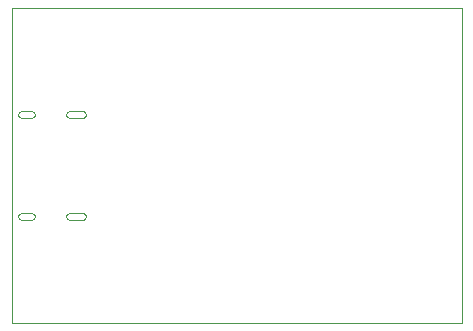
<source format=gko>
G04*
G04  File:            QL_PICOVGA_V2.GKO, Sun Mar 30 12:24:59 2025*
G04  Format:          Gerber Format (RS-274-D), ASCII*
G04*
G04  Format Options:  Absolute Positioning*
G04                   Leading-Zero Suppression*
G04                   Scale Factor 1:1*
G04                   NO Circular Interpolation*
G04                   Inch Units*
G04                   Numeric Format: 4.4 (XXXX.XXXX)*
G04                   G54 NOT Used for Aperture Change*
G04                   Apertures Embedded*
G04*
G04  File Options:    Offset = (0.0mil,0.0mil)*
G04                   Drill Symbol Size = 80.0mil*
G04                   No Pad/Via Holes*
G04*
G04  File Contents:   Pads*
G04                   Vias*
G04                   No Designators*
G04                   No Types*
G04                   No Values*
G04                   No Drill Symbols*
G04                   Board*
G04*
%INQL_PICOVGA_V2.GKO*%
%ICAS*%
%MOIN*%
G04*
G04  Aperture MACROs for general use --- invoked via D-code assignment *
G04*
G04  General MACRO for flashed round with rotation and/or offset hole *
%AMROTOFFROUND*
1,1,$1,0.0000,0.0000*
1,0,$2,$3,$4*%
G04*
G04  General MACRO for flashed oval (obround) with rotation and/or offset hole *
%AMROTOFFOVAL*
21,1,$1,$2,0.0000,0.0000,$3*
1,1,$4,$5,$6*
1,1,$4,0-$5,0-$6*
1,0,$7,$8,$9*%
G04*
G04  General MACRO for flashed oval (obround) with rotation and no hole *
%AMROTOVALNOHOLE*
21,1,$1,$2,0.0000,0.0000,$3*
1,1,$4,$5,$6*
1,1,$4,0-$5,0-$6*%
G04*
G04  General MACRO for flashed rectangle with rotation and/or offset hole *
%AMROTOFFRECT*
21,1,$1,$2,0.0000,0.0000,$3*
1,0,$4,$5,$6*%
G04*
G04  General MACRO for flashed rectangle with rotation and no hole *
%AMROTRECTNOHOLE*
21,1,$1,$2,0.0000,0.0000,$3*%
G04*
G04  General MACRO for flashed rounded-rectangle *
%AMROUNDRECT*
21,1,$1,$2-$4,0.0000,0.0000,$3*
21,1,$1-$4,$2,0.0000,0.0000,$3*
1,1,$4,$5,$6*
1,1,$4,$7,$8*
1,1,$4,0-$5,0-$6*
1,1,$4,0-$7,0-$8*
1,0,$9,$10,$11*%
G04*
G04  General MACRO for flashed rounded-rectangle with rotation and no hole *
%AMROUNDRECTNOHOLE*
21,1,$1,$2-$4,0.0000,0.0000,$3*
21,1,$1-$4,$2,0.0000,0.0000,$3*
1,1,$4,$5,$6*
1,1,$4,$7,$8*
1,1,$4,0-$5,0-$6*
1,1,$4,0-$7,0-$8*%
G04*
G04  General MACRO for flashed regular polygon *
%AMREGPOLY*
5,1,$1,0.0000,0.0000,$2,$3+$4*
1,0,$5,$6,$7*%
G04*
G04  General MACRO for flashed regular polygon with no hole *
%AMREGPOLYNOHOLE*
5,1,$1,0.0000,0.0000,$2,$3+$4*%
G04*
G04  General MACRO for target *
%AMTARGET*
6,0,0,$1,$2,$3,4,$4,$5,$6*%
G04*
G04  General MACRO for mounting hole *
%AMMTHOLE*
1,1,$1,0,0*
1,0,$2,0,0*
$1=$1-$2*
$1=$1/2*
21,1,$2+$1,$3,0,0,$4*
21,1,$3,$2+$1,0,0,$4*%
G04*
G04*
G04  D10 : "Ellipse X4.0mil Y4.0mil H0.0mil 0.0deg (0.0mil,0.0mil) Draw"*
G04  Disc: OuterDia=0.0040*
%ADD10C, 0.0040*%
G04  D11 : "Ellipse X10.0mil Y10.0mil H0.0mil 0.0deg (0.0mil,0.0mil) Draw"*
G04  Disc: OuterDia=0.0100*
%ADD11C, 0.0100*%
G04  D12 : "Ellipse X11.0mil Y11.0mil H0.0mil 0.0deg (0.0mil,0.0mil) Draw"*
G04  Disc: OuterDia=0.0110*
%ADD12C, 0.0110*%
G04  D13 : "Ellipse X12.0mil Y12.0mil H0.0mil 0.0deg (0.0mil,0.0mil) Draw"*
G04  Disc: OuterDia=0.0120*
%ADD13C, 0.0120*%
G04  D14 : "Ellipse X14.0mil Y14.0mil H0.0mil 0.0deg (0.0mil,0.0mil) Draw"*
G04  Disc: OuterDia=0.0140*
%ADD14C, 0.0140*%
G04  D15 : "Ellipse X15.0mil Y15.0mil H0.0mil 0.0deg (0.0mil,0.0mil) Draw"*
G04  Disc: OuterDia=0.0150*
%ADD15C, 0.0150*%
G04  D16 : "Ellipse X16.0mil Y16.0mil H0.0mil 0.0deg (0.0mil,0.0mil) Draw"*
G04  Disc: OuterDia=0.0160*
%ADD16C, 0.0160*%
G04  D17 : "Ellipse X2.0mil Y2.0mil H0.0mil 0.0deg (0.0mil,0.0mil) Draw"*
G04  Disc: OuterDia=0.0020*
%ADD17C, 0.0020*%
G04  D18 : "Ellipse X2.0mil Y2.0mil H0.0mil 0.0deg (0.0mil,0.0mil) Draw"*
G04  Disc: OuterDia=0.0020*
%ADD18C, 0.0020*%
G04  D19 : "Ellipse X20.0mil Y20.0mil H0.0mil 0.0deg (0.0mil,0.0mil) Draw"*
G04  Disc: OuterDia=0.0200*
%ADD19C, 0.0200*%
G04  D20 : "Ellipse X32.0mil Y32.0mil H0.0mil 0.0deg (0.0mil,0.0mil) Draw"*
G04  Disc: OuterDia=0.0320*
%ADD20C, 0.0320*%
G04  D21 : "Ellipse X6.0mil Y6.0mil H0.0mil 0.0deg (0.0mil,0.0mil) Draw"*
G04  Disc: OuterDia=0.0060*
%ADD21C, 0.0060*%
G04  D22 : "Ellipse X8.0mil Y8.0mil H0.0mil 0.0deg (0.0mil,0.0mil) Draw"*
G04  Disc: OuterDia=0.0080*
%ADD22C, 0.0080*%
G04  D23 : "Ellipse X196.9mil Y196.9mil H0.0mil 0.0deg (0.0mil,0.0mil) Flash"*
G04  Disc: OuterDia=0.1969*
%ADD23C, 0.1969*%
G04  D24 : "Ellipse X25.6mil Y25.6mil H0.0mil 0.0deg (0.0mil,0.0mil) Flash"*
G04  Disc: OuterDia=0.0256*
%ADD24C, 0.0256*%
G04  D25 : "Ellipse X30.0mil Y30.0mil H0.0mil 0.0deg (0.0mil,0.0mil) Flash"*
G04  Disc: OuterDia=0.0300*
%ADD25C, 0.0300*%
G04  D26 : "Mounting Hole X196.9mil Y196.9mil H0.0mil 0.0deg (0.0mil,0.0mil) Flash"*
G04  Mounting Hole: Diameter=0.1969, Rotation=0.0, LineWidth=0.0050 *
%ADD26MTHOLE, 0.1969 X0.1769 X0.0050 X0.0*%
G04  D27 : "Mounting Hole X25.6mil Y25.6mil H0.0mil 0.0deg (0.0mil,0.0mil) Flash"*
G04  Mounting Hole: Diameter=0.0256, Rotation=0.0, LineWidth=0.0050 *
%ADD27MTHOLE, 0.0256 X0.0056 X0.0050 X0.0*%
G04  D28 : "Rounded Rectangle X59.1mil Y35.4mil H0.0mil 0.0deg (0.0mil,0.0mil) Flash"*
G04  RoundRct: DimX=0.0591, DimY=0.0354, CornerRad=0.0089, Rotation=0.0, OffsetX=0.0000, OffsetY=0.0000, HoleDia=0.0000 *
%ADD28ROUNDRECTNOHOLE, 0.0591 X0.0354 X0.0 X0.0177 X-0.0207 X-0.0089 X-0.0207 X0.0089*%
G04  D29 : "Rounded Rectangle X70.9mil Y39.4mil H0.0mil 0.0deg (0.0mil,0.0mil) Flash"*
G04  RoundRct: DimX=0.0709, DimY=0.0394, CornerRad=0.0098, Rotation=0.0, OffsetX=0.0000, OffsetY=0.0000, HoleDia=0.0000 *
%ADD29ROUNDRECTNOHOLE, 0.0709 X0.0394 X0.0 X0.0197 X-0.0256 X-0.0098 X-0.0256 X0.0098*%
G04  D30 : "Rounded Rectangle X82.7mil Y39.4mil H0.0mil 0.0deg (0.0mil,0.0mil) Flash"*
G04  RoundRct: DimX=0.0827, DimY=0.0394, CornerRad=0.0098, Rotation=0.0, OffsetX=0.0000, OffsetY=0.0000, HoleDia=0.0000 *
%ADD30ROUNDRECTNOHOLE, 0.0827 X0.0394 X0.0 X0.0197 X-0.0315 X-0.0098 X-0.0315 X0.0098*%
G04  D31 : "Rectangle X45.3mil Y11.8mil H0.0mil 0.0deg (0.0mil,0.0mil) Flash"*
G04  Rectangular: DimX=0.0453, DimY=0.0118, Rotation=0.0, OffsetX=0.0000, OffsetY=0.0000, HoleDia=0.0000 *
%ADD31R, 0.0453 X0.0118*%
G04  D32 : "Rectangle X120.0mil Y70.0mil H0.0mil 0.0deg (0.0mil,0.0mil) Flash"*
G04  Rectangular: DimX=0.1200, DimY=0.0700, Rotation=0.0, OffsetX=0.0000, OffsetY=0.0000, HoleDia=0.0000 *
%ADD32R, 0.1200 X0.0700*%
G04  D33 : "Rectangle X126.0mil Y126.0mil H0.0mil 0.0deg (0.0mil,0.0mil) Flash"*
G04  Square: Side=0.1260, Rotation=0.0, OffsetX=0.0000, OffsetY=0.0000, HoleDia=0.0000*
%ADD33R, 0.1260 X0.1260*%
G04  D34 : "Rectangle X129.9mil Y129.9mil H0.0mil 0.0deg (0.0mil,0.0mil) Flash"*
G04  Square: Side=0.1299, Rotation=0.0, OffsetX=0.0000, OffsetY=0.0000, HoleDia=0.0000*
%ADD34R, 0.1299 X0.1299*%
G04  D35 : "Rectangle X45.3mil Y23.6mil H0.0mil 0.0deg (0.0mil,0.0mil) Flash"*
G04  Rectangular: DimX=0.0453, DimY=0.0236, Rotation=0.0, OffsetX=0.0000, OffsetY=0.0000, HoleDia=0.0000 *
%ADD35R, 0.0453 X0.0236*%
G04  D36 : "Rectangle X32.0mil Y32.0mil H0.0mil 0.0deg (0.0mil,0.0mil) Flash"*
G04  Square: Side=0.0320, Rotation=0.0, OffsetX=0.0000, OffsetY=0.0000, HoleDia=0.0000*
%ADD36R, 0.0320 X0.0320*%
G04  D37 : "Rectangle X35.4mil Y11.8mil H0.0mil 0.0deg (0.0mil,0.0mil) Flash"*
G04  Rectangular: DimX=0.0354, DimY=0.0118, Rotation=0.0, OffsetX=0.0000, OffsetY=0.0000, HoleDia=0.0000 *
%ADD37R, 0.0354 X0.0118*%
G04  D38 : "Rectangle X35.4mil Y7.9mil H0.0mil 0.0deg (0.0mil,0.0mil) Flash"*
G04  Rectangular: DimX=0.0354, DimY=0.0079, Rotation=0.0, OffsetX=0.0000, OffsetY=0.0000, HoleDia=0.0000 *
%ADD38R, 0.0354 X0.0079*%
G04  D39 : "Rectangle X7.9mil Y35.4mil H0.0mil 0.0deg (0.0mil,0.0mil) Flash"*
G04  Rectangular: DimX=0.0079, DimY=0.0354, Rotation=0.0, OffsetX=0.0000, OffsetY=0.0000, HoleDia=0.0000 *
%ADD39R, 0.0079 X0.0354*%
G04  D40 : "Rectangle X22.0mil Y40.0mil H0.0mil 0.0deg (0.0mil,0.0mil) Flash"*
G04  Rectangular: DimX=0.0220, DimY=0.0400, Rotation=0.0, OffsetX=0.0000, OffsetY=0.0000, HoleDia=0.0000 *
%ADD40R, 0.0220 X0.0400*%
G04  D41 : "Rectangle X60.0mil Y40.0mil H0.0mil 0.0deg (0.0mil,0.0mil) Flash"*
G04  Rectangular: DimX=0.0600, DimY=0.0400, Rotation=0.0, OffsetX=0.0000, OffsetY=0.0000, HoleDia=0.0000 *
%ADD41R, 0.0600 X0.0400*%
G04  D42 : "Rectangle X40.0mil Y50.0mil H0.0mil 0.0deg (0.0mil,0.0mil) Flash"*
G04  Rectangular: DimX=0.0400, DimY=0.0500, Rotation=0.0, OffsetX=0.0000, OffsetY=0.0000, HoleDia=0.0000 *
%ADD42R, 0.0400 X0.0500*%
G04  D43 : "Rectangle X55.1mil Y35.4mil H0.0mil 0.0deg (0.0mil,0.0mil) Flash"*
G04  Rectangular: DimX=0.0551, DimY=0.0354, Rotation=0.0, OffsetX=0.0000, OffsetY=0.0000, HoleDia=0.0000 *
%ADD43R, 0.0551 X0.0354*%
G04  D44 : "Rectangle X9.8mil Y65.0mil H0.0mil 0.0deg (0.0mil,0.0mil) Flash"*
G04  Rectangular: DimX=0.0098, DimY=0.0650, Rotation=0.0, OffsetX=0.0000, OffsetY=0.0000, HoleDia=0.0000 *
%ADD44R, 0.0098 X0.0650*%
G04  D45 : "Ellipse X16.0mil Y16.0mil H0.0mil 0.0deg (0.0mil,0.0mil) Flash"*
G04  Disc: OuterDia=0.0160*
%ADD45C, 0.0160*%
G04*
%FSLAX44Y44*%
%SFA1B1*%
%OFA0.0000B0.0000*%
G04*
G70*
G90*
G01*
D2*
%LNBoard*%
D17*
X14000Y11750*
Y22250D1*
X29000Y11750D2*
Y22250D1*
X14000Y11750D2*
X29000D1*
Y22250D2*
X14000D1*
D2*
D18*
X16370Y18811*
X16453Y18776D1*
X16488Y18692*
X16453Y18609*
X16370Y18574*
X15937D2*
X15853Y18609D1*
X15818Y18692*
X15853Y18776*
X15937Y18811*
D2*
D17*
X16370Y18574*
X15937D1*
X16370Y18811D2*
X15937D1*
X14657D2*
X14342D1*
X14657Y18574D2*
X14342D1*
X14657D2*
X14740Y18609D1*
X14775Y18692*
X14740Y18776*
X14657Y18811*
X14342D2*
X14259Y18776D1*
X14224Y18692*
X14259Y18609*
X14342Y18574*
D2*
D18*
X16370Y15425*
X16453Y15390D1*
X16488Y15307*
X16453Y15223*
X16370Y15188*
X15937D2*
X15853Y15223D1*
X15818Y15307*
X15853Y15390*
X15937Y15425*
D2*
D17*
X16370Y15188*
X15937D1*
X16370Y15425D2*
X15937D1*
X14657D2*
X14342D1*
X14657Y15188D2*
X14342D1*
X14657D2*
X14740Y15223D1*
X14775Y15307*
X14740Y15390*
X14657Y15425*
X14342D2*
X14259Y15390D1*
X14224Y15307*
X14259Y15223*
X14342Y15188*
D02M02*

</source>
